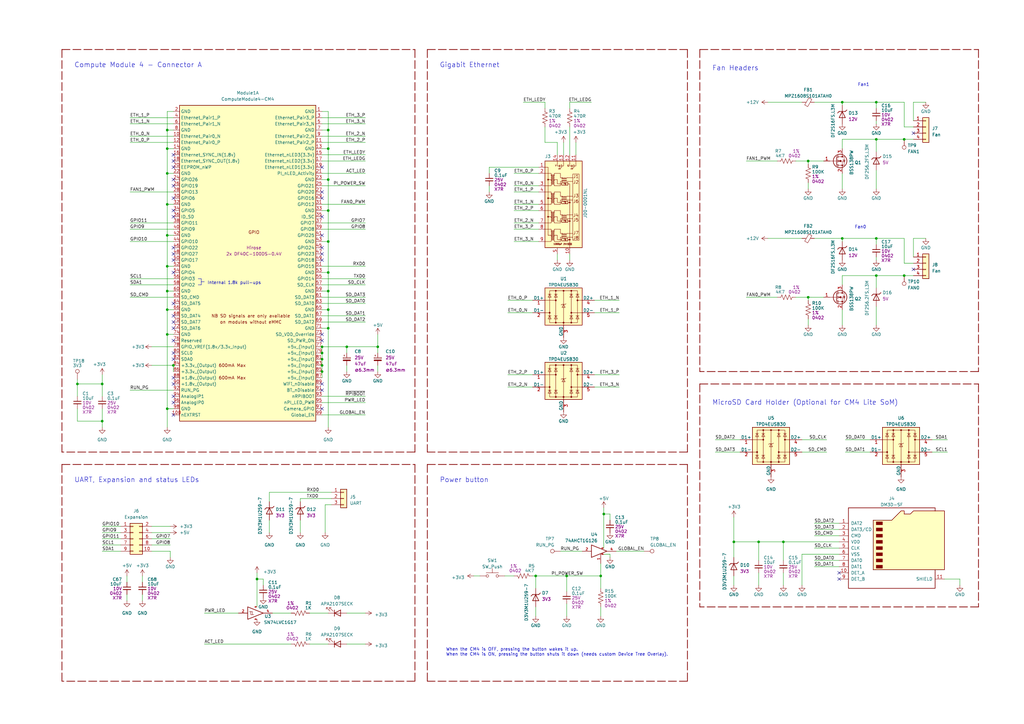
<source format=kicad_sch>
(kicad_sch (version 20210406) (generator eeschema)
  (paper "A3")
  (title_block (title "Pintry X2") (rev "${RevNum}") (company "www.cezarchirila.com") (comment 1 "2-bay NAS based on RPi CM4") (comment 9 "${DrawnBy}"))
  (junction (at 31.75 157.48) (diameter 0.9144))
  (junction (at 41.91 157.48) (diameter 0.9144))
  (junction (at 41.91 172.72) (diameter 0.9144))
  (junction (at 68.58 53.34) (diameter 0.9144))
  (junction (at 68.58 60.96) (diameter 0.9144))
  (junction (at 68.58 71.12) (diameter 0.9144))
  (junction (at 68.58 83.82) (diameter 0.9144))
  (junction (at 68.58 96.52) (diameter 0.9144))
  (junction (at 68.58 109.22) (diameter 0.9144))
  (junction (at 68.58 119.38) (diameter 0.9144))
  (junction (at 68.58 127) (diameter 0.9144))
  (junction (at 68.58 137.16) (diameter 0.9144))
  (junction (at 68.58 167.64) (diameter 0.9144))
  (junction (at 71.12 149.86) (diameter 0.9144))
  (junction (at 105.41 237.49) (diameter 0.9144))
  (junction (at 132.08 142.24) (diameter 0.9144))
  (junction (at 132.08 144.78) (diameter 0.9144))
  (junction (at 132.08 147.32) (diameter 0.9144))
  (junction (at 132.08 149.86) (diameter 0.9144))
  (junction (at 132.08 152.4) (diameter 0.9144))
  (junction (at 134.62 53.34) (diameter 0.9144))
  (junction (at 134.62 60.96) (diameter 0.9144))
  (junction (at 134.62 73.66) (diameter 0.9144))
  (junction (at 134.62 86.36) (diameter 0.9144))
  (junction (at 134.62 99.06) (diameter 0.9144))
  (junction (at 134.62 111.76) (diameter 0.9144))
  (junction (at 134.62 119.38) (diameter 0.9144))
  (junction (at 134.62 127) (diameter 0.9144))
  (junction (at 134.62 134.62) (diameter 0.9144))
  (junction (at 142.24 142.24) (diameter 0.9144))
  (junction (at 154.94 142.24) (diameter 0.9144))
  (junction (at 219.71 236.22) (diameter 0.9144))
  (junction (at 232.41 236.22) (diameter 0.9144))
  (junction (at 246.38 236.22) (diameter 0.9144))
  (junction (at 247.65 210.82) (diameter 0.9144))
  (junction (at 300.99 222.25) (diameter 0.9144))
  (junction (at 311.15 222.25) (diameter 0.9144))
  (junction (at 321.31 222.25) (diameter 0.9144))
  (junction (at 331.47 66.04) (diameter 0.9144))
  (junction (at 331.47 121.92) (diameter 0.9144))
  (junction (at 345.44 41.91) (diameter 0.9144))
  (junction (at 345.44 97.79) (diameter 0.9144))
  (junction (at 359.41 41.91) (diameter 0.9144))
  (junction (at 359.41 57.15) (diameter 0.9144))
  (junction (at 359.41 97.79) (diameter 0.9144))
  (junction (at 359.41 113.03) (diameter 0.9144))
  (junction (at 370.84 57.15) (diameter 0.9144))
  (junction (at 370.84 113.03) (diameter 0.9144))
  (no_connect (at 71.12 63.5))
  (no_connect (at 71.12 66.04))
  (no_connect (at 71.12 68.58))
  (no_connect (at 71.12 73.66))
  (no_connect (at 71.12 76.2))
  (no_connect (at 71.12 81.28))
  (no_connect (at 71.12 86.36))
  (no_connect (at 71.12 88.9))
  (no_connect (at 71.12 101.6))
  (no_connect (at 71.12 104.14))
  (no_connect (at 71.12 106.68))
  (no_connect (at 71.12 111.76))
  (no_connect (at 71.12 124.46))
  (no_connect (at 71.12 129.54))
  (no_connect (at 71.12 132.08))
  (no_connect (at 71.12 134.62))
  (no_connect (at 71.12 139.7))
  (no_connect (at 71.12 144.78))
  (no_connect (at 71.12 147.32))
  (no_connect (at 71.12 154.94))
  (no_connect (at 71.12 157.48))
  (no_connect (at 71.12 162.56))
  (no_connect (at 71.12 165.1))
  (no_connect (at 71.12 170.18))
  (no_connect (at 132.08 68.58))
  (no_connect (at 132.08 78.74))
  (no_connect (at 132.08 81.28))
  (no_connect (at 132.08 88.9))
  (no_connect (at 132.08 96.52))
  (no_connect (at 132.08 101.6))
  (no_connect (at 132.08 104.14))
  (no_connect (at 132.08 106.68))
  (no_connect (at 132.08 137.16))
  (no_connect (at 132.08 139.7))
  (no_connect (at 132.08 157.48))
  (no_connect (at 132.08 160.02))
  (no_connect (at 132.08 167.64))
  (no_connect (at 344.17 234.95))
  (no_connect (at 344.17 237.49))
  (no_connect (at 374.65 54.61))
  (no_connect (at 374.65 110.49))
  (wire (pts (xy 31.75 155.575) (xy 31.75 157.48)))
  (wire (pts (xy 31.75 157.48) (xy 31.75 162.56)))
  (wire (pts (xy 31.75 157.48) (xy 41.91 157.48)))
  (wire (pts (xy 31.75 167.64) (xy 31.75 172.72)))
  (wire (pts (xy 31.75 172.72) (xy 41.91 172.72)))
  (wire (pts (xy 41.91 153.67) (xy 41.91 157.48)))
  (wire (pts (xy 41.91 157.48) (xy 41.91 162.56)))
  (wire (pts (xy 41.91 172.72) (xy 41.91 167.64)))
  (wire (pts (xy 41.91 175.26) (xy 41.91 172.72)))
  (wire (pts (xy 41.91 226.06) (xy 49.53 226.06)))
  (wire (pts (xy 49.53 215.9) (xy 41.91 215.9)))
  (wire (pts (xy 49.53 218.44) (xy 41.91 218.44)))
  (wire (pts (xy 49.53 220.98) (xy 41.91 220.98)))
  (wire (pts (xy 49.53 223.52) (xy 41.91 223.52)))
  (wire (pts (xy 52.07 236.22) (xy 52.07 238.76)))
  (wire (pts (xy 52.07 243.84) (xy 52.07 246.38)))
  (wire (pts (xy 53.34 48.26) (xy 71.12 48.26)))
  (wire (pts (xy 53.34 50.8) (xy 71.12 50.8)))
  (wire (pts (xy 53.34 55.88) (xy 71.12 55.88)))
  (wire (pts (xy 53.34 58.42) (xy 71.12 58.42)))
  (wire (pts (xy 53.34 78.74) (xy 71.12 78.74)))
  (wire (pts (xy 53.34 91.44) (xy 71.12 91.44)))
  (wire (pts (xy 53.34 93.98) (xy 71.12 93.98)))
  (wire (pts (xy 53.34 99.06) (xy 71.12 99.06)))
  (wire (pts (xy 53.34 114.3) (xy 71.12 114.3)))
  (wire (pts (xy 53.34 116.84) (xy 71.12 116.84)))
  (wire (pts (xy 53.34 121.92) (xy 71.12 121.92)))
  (wire (pts (xy 58.42 236.22) (xy 58.42 238.76)))
  (wire (pts (xy 58.42 243.84) (xy 58.42 246.38)))
  (wire (pts (xy 62.23 142.24) (xy 71.12 142.24)))
  (wire (pts (xy 62.23 149.86) (xy 71.12 149.86)))
  (wire (pts (xy 62.23 220.98) (xy 69.85 220.98)))
  (wire (pts (xy 62.23 223.52) (xy 69.85 223.52)))
  (wire (pts (xy 62.23 226.06) (xy 69.85 226.06)))
  (wire (pts (xy 68.58 45.72) (xy 68.58 53.34)))
  (wire (pts (xy 68.58 53.34) (xy 68.58 60.96)))
  (wire (pts (xy 68.58 53.34) (xy 71.12 53.34)))
  (wire (pts (xy 68.58 60.96) (xy 68.58 71.12)))
  (wire (pts (xy 68.58 60.96) (xy 71.12 60.96)))
  (wire (pts (xy 68.58 71.12) (xy 68.58 83.82)))
  (wire (pts (xy 68.58 71.12) (xy 71.12 71.12)))
  (wire (pts (xy 68.58 83.82) (xy 68.58 96.52)))
  (wire (pts (xy 68.58 83.82) (xy 71.12 83.82)))
  (wire (pts (xy 68.58 96.52) (xy 68.58 109.22)))
  (wire (pts (xy 68.58 96.52) (xy 71.12 96.52)))
  (wire (pts (xy 68.58 109.22) (xy 68.58 119.38)))
  (wire (pts (xy 68.58 109.22) (xy 71.12 109.22)))
  (wire (pts (xy 68.58 119.38) (xy 68.58 127)))
  (wire (pts (xy 68.58 119.38) (xy 71.12 119.38)))
  (wire (pts (xy 68.58 127) (xy 68.58 137.16)))
  (wire (pts (xy 68.58 127) (xy 71.12 127)))
  (wire (pts (xy 68.58 137.16) (xy 68.58 167.64)))
  (wire (pts (xy 68.58 137.16) (xy 71.12 137.16)))
  (wire (pts (xy 68.58 167.64) (xy 68.58 175.26)))
  (wire (pts (xy 68.58 167.64) (xy 71.12 167.64)))
  (wire (pts (xy 69.85 215.9) (xy 62.23 215.9)))
  (wire (pts (xy 69.85 218.44) (xy 62.23 218.44)))
  (wire (pts (xy 69.85 226.06) (xy 69.85 228.6)))
  (wire (pts (xy 71.12 45.72) (xy 68.58 45.72)))
  (wire (pts (xy 71.12 149.86) (xy 71.12 152.4)))
  (wire (pts (xy 71.12 160.02) (xy 53.34 160.02)))
  (wire (pts (xy 83.82 251.46) (xy 97.79 251.46)))
  (wire (pts (xy 105.41 234.95) (xy 105.41 237.49)))
  (wire (pts (xy 105.41 237.49) (xy 105.41 248.92)))
  (wire (pts (xy 107.95 237.49) (xy 105.41 237.49)))
  (wire (pts (xy 107.95 240.03) (xy 107.95 237.49)))
  (wire (pts (xy 110.49 201.93) (xy 135.89 201.93)))
  (wire (pts (xy 110.49 205.74) (xy 110.49 201.93)))
  (wire (pts (xy 110.49 218.44) (xy 110.49 213.36)))
  (wire (pts (xy 119.38 251.46) (xy 111.76 251.46)))
  (wire (pts (xy 119.38 264.16) (xy 83.82 264.16)))
  (wire (pts (xy 123.19 204.47) (xy 135.89 204.47)))
  (wire (pts (xy 123.19 205.74) (xy 123.19 204.47)))
  (wire (pts (xy 123.19 218.44) (xy 123.19 213.36)))
  (wire (pts (xy 127 251.46) (xy 134.62 251.46)))
  (wire (pts (xy 132.08 45.72) (xy 134.62 45.72)))
  (wire (pts (xy 132.08 53.34) (xy 134.62 53.34)))
  (wire (pts (xy 132.08 60.96) (xy 134.62 60.96)))
  (wire (pts (xy 132.08 63.5) (xy 149.86 63.5)))
  (wire (pts (xy 132.08 66.04) (xy 149.86 66.04)))
  (wire (pts (xy 132.08 71.12) (xy 149.86 71.12)))
  (wire (pts (xy 132.08 73.66) (xy 134.62 73.66)))
  (wire (pts (xy 132.08 76.2) (xy 149.86 76.2)))
  (wire (pts (xy 132.08 86.36) (xy 134.62 86.36)))
  (wire (pts (xy 132.08 91.44) (xy 149.86 91.44)))
  (wire (pts (xy 132.08 93.98) (xy 149.86 93.98)))
  (wire (pts (xy 132.08 99.06) (xy 134.62 99.06)))
  (wire (pts (xy 132.08 109.22) (xy 149.86 109.22)))
  (wire (pts (xy 132.08 111.76) (xy 134.62 111.76)))
  (wire (pts (xy 132.08 119.38) (xy 134.62 119.38)))
  (wire (pts (xy 132.08 124.46) (xy 149.86 124.46)))
  (wire (pts (xy 132.08 127) (xy 134.62 127)))
  (wire (pts (xy 132.08 134.62) (xy 134.62 134.62)))
  (wire (pts (xy 132.08 142.24) (xy 132.08 144.78)))
  (wire (pts (xy 132.08 142.24) (xy 142.24 142.24)))
  (wire (pts (xy 132.08 144.78) (xy 132.08 147.32)))
  (wire (pts (xy 132.08 147.32) (xy 132.08 149.86)))
  (wire (pts (xy 132.08 149.86) (xy 132.08 152.4)))
  (wire (pts (xy 132.08 152.4) (xy 132.08 154.94)))
  (wire (pts (xy 132.08 162.56) (xy 149.86 162.56)))
  (wire (pts (xy 132.08 165.1) (xy 149.86 165.1)))
  (wire (pts (xy 132.08 170.18) (xy 149.86 170.18)))
  (wire (pts (xy 133.35 207.01) (xy 135.89 207.01)))
  (wire (pts (xy 133.35 218.44) (xy 133.35 207.01)))
  (wire (pts (xy 134.62 45.72) (xy 134.62 53.34)))
  (wire (pts (xy 134.62 53.34) (xy 134.62 60.96)))
  (wire (pts (xy 134.62 60.96) (xy 134.62 73.66)))
  (wire (pts (xy 134.62 73.66) (xy 134.62 86.36)))
  (wire (pts (xy 134.62 86.36) (xy 134.62 99.06)))
  (wire (pts (xy 134.62 99.06) (xy 134.62 111.76)))
  (wire (pts (xy 134.62 111.76) (xy 134.62 119.38)))
  (wire (pts (xy 134.62 119.38) (xy 134.62 127)))
  (wire (pts (xy 134.62 127) (xy 134.62 134.62)))
  (wire (pts (xy 134.62 134.62) (xy 134.62 175.26)))
  (wire (pts (xy 134.62 264.16) (xy 127 264.16)))
  (wire (pts (xy 142.24 142.24) (xy 142.24 144.78)))
  (wire (pts (xy 142.24 142.24) (xy 154.94 142.24)))
  (wire (pts (xy 142.24 149.86) (xy 142.24 152.4)))
  (wire (pts (xy 142.24 251.46) (xy 149.86 251.46)))
  (wire (pts (xy 149.86 48.26) (xy 132.08 48.26)))
  (wire (pts (xy 149.86 50.8) (xy 132.08 50.8)))
  (wire (pts (xy 149.86 55.88) (xy 132.08 55.88)))
  (wire (pts (xy 149.86 58.42) (xy 132.08 58.42)))
  (wire (pts (xy 149.86 83.82) (xy 132.08 83.82)))
  (wire (pts (xy 149.86 114.3) (xy 132.08 114.3)))
  (wire (pts (xy 149.86 116.84) (xy 132.08 116.84)))
  (wire (pts (xy 149.86 121.92) (xy 132.08 121.92)))
  (wire (pts (xy 149.86 129.54) (xy 132.08 129.54)))
  (wire (pts (xy 149.86 132.08) (xy 132.08 132.08)))
  (wire (pts (xy 149.86 264.16) (xy 142.24 264.16)))
  (wire (pts (xy 154.94 137.16) (xy 154.94 142.24)))
  (wire (pts (xy 154.94 144.78) (xy 154.94 142.24)))
  (wire (pts (xy 154.94 149.86) (xy 154.94 152.4)))
  (wire (pts (xy 194.31 236.22) (xy 196.85 236.22)))
  (wire (pts (xy 200.66 68.58) (xy 200.66 71.12)))
  (wire (pts (xy 200.66 76.2) (xy 200.66 78.74)))
  (wire (pts (xy 207.01 236.22) (xy 210.82 236.22)))
  (wire (pts (xy 208.28 123.19) (xy 218.44 123.19)))
  (wire (pts (xy 208.28 128.27) (xy 218.44 128.27)))
  (wire (pts (xy 208.28 153.67) (xy 218.44 153.67)))
  (wire (pts (xy 208.28 158.75) (xy 218.44 158.75)))
  (wire (pts (xy 210.82 71.12) (xy 220.98 71.12)))
  (wire (pts (xy 210.82 76.2) (xy 220.98 76.2)))
  (wire (pts (xy 210.82 78.74) (xy 220.98 78.74)))
  (wire (pts (xy 210.82 83.82) (xy 220.98 83.82)))
  (wire (pts (xy 210.82 86.36) (xy 220.98 86.36)))
  (wire (pts (xy 210.82 91.44) (xy 220.98 91.44)))
  (wire (pts (xy 210.82 93.98) (xy 220.98 93.98)))
  (wire (pts (xy 210.82 99.06) (xy 220.98 99.06)))
  (wire (pts (xy 214.63 41.91) (xy 223.52 41.91)))
  (wire (pts (xy 218.44 236.22) (xy 219.71 236.22)))
  (wire (pts (xy 219.71 236.22) (xy 219.71 241.3)))
  (wire (pts (xy 219.71 236.22) (xy 232.41 236.22)))
  (wire (pts (xy 219.71 248.92) (xy 219.71 252.73)))
  (wire (pts (xy 220.98 68.58) (xy 200.66 68.58)))
  (wire (pts (xy 223.52 41.91) (xy 223.52 44.45)))
  (wire (pts (xy 223.52 58.42) (xy 223.52 52.07)))
  (wire (pts (xy 228.6 58.42) (xy 223.52 58.42)))
  (wire (pts (xy 228.6 63.5) (xy 228.6 58.42)))
  (wire (pts (xy 228.6 104.14) (xy 228.6 106.68)))
  (wire (pts (xy 229.87 226.06) (xy 238.76 226.06)))
  (wire (pts (xy 231.14 58.42) (xy 231.14 63.5)))
  (wire (pts (xy 232.41 236.22) (xy 232.41 242.57)))
  (wire (pts (xy 232.41 236.22) (xy 246.38 236.22)))
  (wire (pts (xy 232.41 247.65) (xy 232.41 252.73)))
  (wire (pts (xy 233.68 41.91) (xy 233.68 44.45)))
  (wire (pts (xy 233.68 41.91) (xy 242.57 41.91)))
  (wire (pts (xy 233.68 52.07) (xy 233.68 63.5)))
  (wire (pts (xy 233.68 104.14) (xy 233.68 106.68)))
  (wire (pts (xy 236.22 58.42) (xy 236.22 63.5)))
  (wire (pts (xy 246.38 231.14) (xy 246.38 236.22)))
  (wire (pts (xy 246.38 236.22) (xy 246.38 241.3)))
  (wire (pts (xy 246.38 248.92) (xy 246.38 252.73)))
  (wire (pts (xy 247.65 208.28) (xy 247.65 210.82)))
  (wire (pts (xy 247.65 210.82) (xy 247.65 224.79)))
  (wire (pts (xy 247.65 227.33) (xy 250.19 227.33)))
  (wire (pts (xy 250.19 210.82) (xy 247.65 210.82)))
  (wire (pts (xy 250.19 213.36) (xy 250.19 210.82)))
  (wire (pts (xy 250.19 227.33) (xy 250.19 228.6)))
  (wire (pts (xy 252.73 226.06) (xy 264.16 226.06)))
  (wire (pts (xy 254 123.19) (xy 243.84 123.19)))
  (wire (pts (xy 254 128.27) (xy 243.84 128.27)))
  (wire (pts (xy 254 153.67) (xy 243.84 153.67)))
  (wire (pts (xy 254 158.75) (xy 243.84 158.75)))
  (wire (pts (xy 293.37 180.34) (xy 303.53 180.34)))
  (wire (pts (xy 293.37 185.42) (xy 303.53 185.42)))
  (wire (pts (xy 300.99 212.09) (xy 300.99 222.25)))
  (wire (pts (xy 300.99 222.25) (xy 300.99 228.6)))
  (wire (pts (xy 300.99 222.25) (xy 311.15 222.25)))
  (wire (pts (xy 300.99 236.22) (xy 300.99 240.03)))
  (wire (pts (xy 306.07 66.04) (xy 318.77 66.04)))
  (wire (pts (xy 306.07 121.92) (xy 318.77 121.92)))
  (wire (pts (xy 311.15 222.25) (xy 321.31 222.25)))
  (wire (pts (xy 311.15 229.87) (xy 311.15 222.25)))
  (wire (pts (xy 311.15 234.95) (xy 311.15 240.03)))
  (wire (pts (xy 314.96 41.91) (xy 328.93 41.91)))
  (wire (pts (xy 314.96 97.79) (xy 328.93 97.79)))
  (wire (pts (xy 321.31 222.25) (xy 344.17 222.25)))
  (wire (pts (xy 321.31 229.87) (xy 321.31 222.25)))
  (wire (pts (xy 321.31 234.95) (xy 321.31 240.03)))
  (wire (pts (xy 326.39 66.04) (xy 331.47 66.04)))
  (wire (pts (xy 326.39 121.92) (xy 331.47 121.92)))
  (wire (pts (xy 328.93 227.33) (xy 328.93 240.03)))
  (wire (pts (xy 328.93 227.33) (xy 344.17 227.33)))
  (wire (pts (xy 331.47 66.04) (xy 331.47 67.31)))
  (wire (pts (xy 331.47 66.04) (xy 337.82 66.04)))
  (wire (pts (xy 331.47 74.93) (xy 331.47 77.47)))
  (wire (pts (xy 331.47 121.92) (xy 331.47 123.19)))
  (wire (pts (xy 331.47 121.92) (xy 337.82 121.92)))
  (wire (pts (xy 331.47 130.81) (xy 331.47 133.35)))
  (wire (pts (xy 334.01 41.91) (xy 345.44 41.91)))
  (wire (pts (xy 334.01 97.79) (xy 345.44 97.79)))
  (wire (pts (xy 334.01 214.63) (xy 344.17 214.63)))
  (wire (pts (xy 334.01 217.17) (xy 344.17 217.17)))
  (wire (pts (xy 334.01 219.71) (xy 344.17 219.71)))
  (wire (pts (xy 334.01 224.79) (xy 344.17 224.79)))
  (wire (pts (xy 334.01 229.87) (xy 344.17 229.87)))
  (wire (pts (xy 334.01 232.41) (xy 344.17 232.41)))
  (wire (pts (xy 339.09 180.34) (xy 328.93 180.34)))
  (wire (pts (xy 339.09 185.42) (xy 328.93 185.42)))
  (wire (pts (xy 345.44 41.91) (xy 345.44 43.18)))
  (wire (pts (xy 345.44 57.15) (xy 359.41 57.15)))
  (wire (pts (xy 345.44 60.96) (xy 345.44 57.15)))
  (wire (pts (xy 345.44 71.12) (xy 345.44 77.47)))
  (wire (pts (xy 345.44 97.79) (xy 345.44 99.06)))
  (wire (pts (xy 345.44 113.03) (xy 359.41 113.03)))
  (wire (pts (xy 345.44 116.84) (xy 345.44 113.03)))
  (wire (pts (xy 345.44 127) (xy 345.44 133.35)))
  (wire (pts (xy 346.71 180.34) (xy 356.87 180.34)))
  (wire (pts (xy 346.71 185.42) (xy 356.87 185.42)))
  (wire (pts (xy 359.41 41.91) (xy 345.44 41.91)))
  (wire (pts (xy 359.41 44.45) (xy 359.41 41.91)))
  (wire (pts (xy 359.41 49.53) (xy 359.41 50.8)))
  (wire (pts (xy 359.41 57.15) (xy 359.41 62.23)))
  (wire (pts (xy 359.41 69.85) (xy 359.41 77.47)))
  (wire (pts (xy 359.41 97.79) (xy 345.44 97.79)))
  (wire (pts (xy 359.41 100.33) (xy 359.41 97.79)))
  (wire (pts (xy 359.41 105.41) (xy 359.41 106.68)))
  (wire (pts (xy 359.41 113.03) (xy 359.41 118.11)))
  (wire (pts (xy 359.41 125.73) (xy 359.41 133.35)))
  (wire (pts (xy 370.84 41.91) (xy 359.41 41.91)))
  (wire (pts (xy 370.84 52.07) (xy 370.84 41.91)))
  (wire (pts (xy 370.84 57.15) (xy 359.41 57.15)))
  (wire (pts (xy 370.84 97.79) (xy 359.41 97.79)))
  (wire (pts (xy 370.84 107.95) (xy 370.84 97.79)))
  (wire (pts (xy 370.84 113.03) (xy 359.41 113.03)))
  (wire (pts (xy 374.65 41.91) (xy 374.65 49.53)))
  (wire (pts (xy 374.65 52.07) (xy 370.84 52.07)))
  (wire (pts (xy 374.65 57.15) (xy 370.84 57.15)))
  (wire (pts (xy 374.65 97.79) (xy 374.65 105.41)))
  (wire (pts (xy 374.65 107.95) (xy 370.84 107.95)))
  (wire (pts (xy 374.65 113.03) (xy 370.84 113.03)))
  (wire (pts (xy 379.73 41.91) (xy 374.65 41.91)))
  (wire (pts (xy 379.73 97.79) (xy 374.65 97.79)))
  (wire (pts (xy 382.27 180.34) (xy 388.62 180.34)))
  (wire (pts (xy 382.27 185.42) (xy 388.62 185.42)))
  (wire (pts (xy 387.35 237.49) (xy 393.7 237.49)))
  (wire (pts (xy 393.7 237.49) (xy 393.7 240.03)))
  (polyline (pts (xy 25.4 20.32) (xy 25.4 185.42)) (stroke (width 0.3) (type dash) (color 132 0 0 1)))
  (polyline (pts (xy 25.4 20.32) (xy 170.18 20.32)) (stroke (width 0.3) (type dash) (color 132 0 0 1)))
  (polyline (pts (xy 25.4 190.5) (xy 25.4 279.4)) (stroke (width 0.3) (type dash) (color 132 0 0 1)))
  (polyline (pts (xy 25.4 190.5) (xy 170.18 190.5)) (stroke (width 0.3) (type dash) (color 132 0 0 1)))
  (polyline (pts (xy 81.28 114.3) (xy 82.55 114.3)) (stroke (width 0.1524) (type solid)))
  (polyline (pts (xy 81.28 116.84) (xy 82.55 116.84)) (stroke (width 0.1524) (type solid)))
  (polyline (pts (xy 82.55 114.3) (xy 82.55 115.57)) (stroke (width 0.1524) (type solid)))
  (polyline (pts (xy 82.55 115.57) (xy 82.55 116.84)) (stroke (width 0.1524) (type solid)))
  (polyline (pts (xy 82.55 115.57) (xy 83.82 115.57)) (stroke (width 0.1524) (type solid)))
  (polyline (pts (xy 170.18 20.32) (xy 170.18 185.42)) (stroke (width 0.3) (type dash) (color 132 0 0 1)))
  (polyline (pts (xy 170.18 185.42) (xy 25.4 185.42)) (stroke (width 0.3) (type dash) (color 132 0 0 1)))
  (polyline (pts (xy 170.18 190.5) (xy 170.18 279.4)) (stroke (width 0.3) (type dash) (color 132 0 0 1)))
  (polyline (pts (xy 170.18 279.4) (xy 25.4 279.4)) (stroke (width 0.3) (type dash) (color 132 0 0 1)))
  (polyline (pts (xy 175.26 20.32) (xy 175.26 185.42)) (stroke (width 0.3) (type dash) (color 132 0 0 1)))
  (polyline (pts (xy 175.26 20.32) (xy 281.94 20.32)) (stroke (width 0.3) (type dash) (color 132 0 0 1)))
  (polyline (pts (xy 175.26 190.5) (xy 175.26 279.4)) (stroke (width 0.3) (type dash) (color 132 0 0 1)))
  (polyline (pts (xy 175.26 190.5) (xy 281.94 190.5)) (stroke (width 0.3) (type dash) (color 132 0 0 1)))
  (polyline (pts (xy 281.94 20.32) (xy 281.94 185.42)) (stroke (width 0.3) (type dash) (color 132 0 0 1)))
  (polyline (pts (xy 281.94 185.42) (xy 175.26 185.42)) (stroke (width 0.3) (type dash) (color 132 0 0 1)))
  (polyline (pts (xy 281.94 190.5) (xy 281.94 279.4)) (stroke (width 0.3) (type dash) (color 132 0 0 1)))
  (polyline (pts (xy 281.94 279.4) (xy 175.26 279.4)) (stroke (width 0.3) (type dash) (color 132 0 0 1)))
  (polyline (pts (xy 287.02 20.32) (xy 287.02 152.4)) (stroke (width 0.3) (type dash) (color 132 0 0 1)))
  (polyline (pts (xy 287.02 20.32) (xy 401.32 20.32)) (stroke (width 0.3) (type dash) (color 132 0 0 1)))
  (polyline (pts (xy 287.02 157.48) (xy 287.02 248.92)) (stroke (width 0.3) (type dash) (color 132 0 0 1)))
  (polyline (pts (xy 287.02 157.48) (xy 401.32 157.48)) (stroke (width 0.3) (type dash) (color 132 0 0 1)))
  (polyline (pts (xy 401.32 20.32) (xy 401.32 152.4)) (stroke (width 0.3) (type dash) (color 132 0 0 1)))
  (polyline (pts (xy 401.32 152.4) (xy 287.02 152.4)) (stroke (width 0.3) (type dash) (color 132 0 0 1)))
  (polyline (pts (xy 401.32 157.48) (xy 401.32 248.92)) (stroke (width 0.3) (type dash) (color 132 0 0 1)))
  (polyline (pts (xy 401.32 248.92) (xy 287.02 248.92)) (stroke (width 0.3) (type dash) (color 132 0 0 1)))
  (text "Compute Module 4 - Connector A\n" (at 30.48 27.94 0) (effects (font (size 2 2)) (justify left bottom)))
  (text "UART, Expansion and status LEDs" (at 30.48 198.12 0) (effects (font (size 2 2)) (justify left bottom)))
  (text "Internal 1.8k pull-ups\n" (at 85.09 116.84 0) (effects (font (size 1.27 1.27)) (justify left bottom)))
  (text "Gigabit Ethernet\n" (at 180.34 27.94 0) (effects (font (size 2 2)) (justify left bottom)))
  (text "Power button\n" (at 180.34 198.12 0) (effects (font (size 2 2)) (justify left bottom)))
  (text "When the CM4 is OFF, pressing the button wakes it up.\nWhen the CM4 is ON, pressing the button shuts it down (needs custom Device Tree Overlay)." (at 182.88 269.24 0) (effects (font (size 1.27 1.27)) (justify left bottom)))
  (text "Fan Headers\n" (at 292.1 29.21 0) (effects (font (size 2 2)) (justify left bottom)))
  (text "MicroSD Card Holder (Optional for CM4 Lite SoM)" (at 292.1 166.37 0) (effects (font (size 2 2)) (justify left bottom)))
  (text "Fan0" (at 350.52 93.98 0) (effects (font (size 1.27 1.27)) (justify left bottom)))
  (text "Fan1" (at 351.79 35.56 0) (effects (font (size 1.27 1.27)) (justify left bottom)))
  (label "GPIO10" (at 41.91 215.9 0))
  (label "GPIO9" (at 41.91 218.44 0))
  (label "GPIO11" (at 41.91 220.98 0))
  (label "SCL1" (at 41.91 223.52 0))
  (label "SDA1" (at 41.91 226.06 0))
  (label "ETH_1_P" (at 53.34 48.26 0))
  (label "ETH_1_N" (at 53.34 50.8 0))
  (label "ETH_0_N" (at 53.34 55.88 0))
  (label "ETH_0_P" (at 53.34 58.42 0))
  (label "FAN1_PWM" (at 53.34 78.74 0))
  (label "GPIO11" (at 53.34 91.44 0))
  (label "GPIO9" (at 53.34 93.98 0))
  (label "GPIO10" (at 53.34 99.06 0))
  (label "SCL1" (at 53.34 114.3 0))
  (label "SDA1" (at 53.34 116.84 0))
  (label "SD_CMD" (at 53.34 121.92 0))
  (label "RUN_PG" (at 53.34 160.02 0))
  (label "GPIO7" (at 69.85 220.98 180))
  (label "GPIO8" (at 69.85 223.52 180))
  (label "PWR_LED" (at 83.82 251.46 0))
  (label "ACT_LED" (at 83.82 264.16 0))
  (label "RXD0" (at 125.73 201.93 0))
  (label "TXD0" (at 125.73 204.47 0))
  (label "ETH_3_P" (at 149.86 48.26 180))
  (label "ETH_3_N" (at 149.86 50.8 180))
  (label "ETH_2_N" (at 149.86 55.88 180))
  (label "ETH_2_P" (at 149.86 58.42 180))
  (label "ETH_LEDY" (at 149.86 63.5 180))
  (label "ETH_LEDG" (at 149.86 66.04 180))
  (label "ACT_LED" (at 149.86 71.12 180))
  (label "PI_POWER_SW" (at 149.86 76.2 180))
  (label "FAN0_PWM" (at 149.86 83.82 180))
  (label "GPIO7" (at 149.86 91.44 180))
  (label "GPIO8" (at 149.86 93.98 180))
  (label "RXD0" (at 149.86 109.22 180))
  (label "TXD0" (at 149.86 114.3 180))
  (label "SD_CLK" (at 149.86 116.84 180))
  (label "SD_DAT3" (at 149.86 121.92 180))
  (label "SD_DAT0" (at 149.86 124.46 180))
  (label "SD_DAT1" (at 149.86 129.54 180))
  (label "SD_DAT2" (at 149.86 132.08 180))
  (label "~RPIBOOT" (at 149.86 162.56 180))
  (label "PWR_LED" (at 149.86 165.1 180))
  (label "GLOBAL_EN" (at 149.86 170.18 180))
  (label "ETH_0_P" (at 208.28 123.19 0))
  (label "ETH_0_N" (at 208.28 128.27 0))
  (label "ETH_2_P" (at 208.28 153.67 0))
  (label "ETH_2_N" (at 208.28 158.75 0))
  (label "ETH_0_P" (at 210.82 71.12 0))
  (label "ETH_0_N" (at 210.82 76.2 0))
  (label "ETH_1_P" (at 210.82 78.74 0))
  (label "ETH_1_N" (at 210.82 83.82 0))
  (label "ETH_2_P" (at 210.82 86.36 0))
  (label "ETH_2_N" (at 210.82 91.44 0))
  (label "ETH_3_P" (at 210.82 93.98 0))
  (label "ETH_3_N" (at 210.82 99.06 0))
  (label "ETH_LEDY" (at 214.63 41.91 0))
  (label "PI_POWER_SW" (at 226.06 236.22 0))
  (label "RUN_PG" (at 229.87 226.06 0))
  (label "ETH_LEDG" (at 242.57 41.91 180))
  (label "ETH_1_N" (at 254 123.19 180))
  (label "ETH_1_P" (at 254 128.27 180))
  (label "ETH_3_P" (at 254 153.67 180))
  (label "ETH_3_N" (at 254 158.75 180))
  (label "GLOBAL_EN" (at 264.16 226.06 180))
  (label "SD_DAT2" (at 293.37 180.34 0))
  (label "SD_DAT3" (at 293.37 185.42 0))
  (label "FAN1_PWM" (at 306.07 66.04 0))
  (label "FAN0_PWM" (at 306.07 121.92 0))
  (label "SD_DAT2" (at 334.01 214.63 0))
  (label "SD_DAT3" (at 334.01 217.17 0))
  (label "SD_CMD" (at 334.01 219.71 0))
  (label "SD_CLK" (at 334.01 224.79 0))
  (label "SD_DAT0" (at 334.01 229.87 0))
  (label "SD_DAT1" (at 334.01 232.41 0))
  (label "SD_CLK" (at 339.09 180.34 180))
  (label "SD_CMD" (at 339.09 185.42 180))
  (label "SD_DAT0" (at 346.71 180.34 0))
  (label "SD_DAT1" (at 346.71 185.42 0))
  (label "SDA1" (at 388.62 180.34 180))
  (label "SCL1" (at 388.62 185.42 180))
  (symbol (lib_id "power:+3.3V") (at 41.91 153.67 0) (unit 1)
    (property "Reference" "#PWR03" (effects hide))
    (property "Value" "+3.3V" (at 38.1 149.4154 0) (effects (justify left)))
  )
  (symbol (lib_id "power:+5V") (at 52.07 236.22 0) (mirror y) (unit 1)
    (property "Reference" "#PWR0157" (effects hide))
    (property "Value" "+5V" (at 52.0701 231.9654 0))
  )
  (symbol (lib_id "power:+3.3V") (at 58.42 236.22 0) (unit 1)
    (property "Reference" "#PWR0159" (effects hide))
    (property "Value" "+3.3V" (at 58.42 231.9654 0))
  )
  (symbol (lib_id "power:+3.3V") (at 62.23 142.24 90) (unit 1)
    (property "Reference" "#PWR08" (effects hide))
    (property "Value" "+3.3V" (at 59.2454 142.24 90) (effects (justify left)))
  )
  (symbol (lib_id "power:+3.3V") (at 62.23 149.86 90) (unit 1)
    (property "Reference" "#PWR09" (effects hide))
    (property "Value" "+3.3V" (at 59.2454 149.86 90) (effects (justify left)))
  )
  (symbol (lib_id "power:+3.3V") (at 69.85 215.9 270) (unit 1)
    (property "Reference" "#PWR0161" (effects hide))
    (property "Value" "+3.3V" (at 73.66 215.8999 90) (effects (justify left)))
  )
  (symbol (lib_id "power:+5V") (at 69.85 218.44 270) (unit 1)
    (property "Reference" "#PWR0162" (effects hide))
    (property "Value" "+5V" (at 73.66 218.4399 90) (effects (justify left)))
  )
  (symbol (lib_id "power:+3.3V") (at 105.41 234.95 0) (mirror y) (unit 1)
    (property "Reference" "#PWR036" (effects hide))
    (property "Value" "+3.3V" (at 107.95 234.5054 0) (effects (justify right)))
  )
  (symbol (lib_id "power:+3.3V") (at 149.86 251.46 270) (mirror x) (unit 1)
    (property "Reference" "#PWR044" (effects hide))
    (property "Value" "+3.3V" (at 153.67 252.0949 90) (effects (justify left)))
  )
  (symbol (lib_id "power:+3.3V") (at 149.86 264.16 270) (mirror x) (unit 1)
    (property "Reference" "#PWR045" (effects hide))
    (property "Value" "+3.3V" (at 153.67 264.7949 90) (effects (justify left)))
  )
  (symbol (lib_id "power:+5V") (at 154.94 137.16 0) (unit 1)
    (property "Reference" "#PWR0103" (effects hide))
    (property "Value" "+5V" (at 154.94 133.35 0))
  )
  (symbol (lib_id "power:+3.3V") (at 194.31 236.22 90) (unit 1)
    (property "Reference" "#PWR034" (effects hide))
    (property "Value" "+3.3V" (at 190.5 236.8549 90) (effects (justify left)))
  )
  (symbol (lib_id "power:+3.3V") (at 231.14 58.42 0) (unit 1)
    (property "Reference" "#PWR031" (effects hide))
    (property "Value" "+3.3V" (at 227.33 54.1654 0) (effects (justify left)))
  )
  (symbol (lib_id "power:+3.3V") (at 236.22 58.42 0) (unit 1)
    (property "Reference" "#PWR033" (effects hide))
    (property "Value" "+3.3V" (at 234.95 54.1654 0) (effects (justify left)))
  )
  (symbol (lib_id "power:+5V") (at 247.65 208.28 0) (unit 1)
    (property "Reference" "#PWR041" (effects hide))
    (property "Value" "+5V" (at 247.65 204.47 0))
  )
  (symbol (lib_id "power:+3.3V") (at 300.99 212.09 0) (mirror y) (unit 1)
    (property "Reference" "#PWR046" (effects hide))
    (property "Value" "+3.3V" (at 298.45 207.8354 0) (effects (justify right)))
  )
  (symbol (lib_id "power:+12V") (at 314.96 41.91 90) (unit 1)
    (property "Reference" "#PWR055" (effects hide))
    (property "Value" "+12V" (at 308.61 41.9099 90))
  )
  (symbol (lib_id "power:+12V") (at 314.96 97.79 90) (unit 1)
    (property "Reference" "#PWR0168" (effects hide))
    (property "Value" "+12V" (at 308.61 97.7899 90))
  )
  (symbol (lib_id "Connector:TestPoint") (at 31.75 155.575 0) (unit 1)
    (property "Reference" "TP18" (at 29.845 148.0184 0) (effects (justify left)))
    (property "Value" "3V3" (at 29.845 149.9234 0) (effects (justify left)))
    (property "Footprint" "TestPoint:TestPoint_Pad_D1.0mm" (effects hide))
  )
  (symbol (lib_id "Connector:TestPoint") (at 229.87 226.06 90) (unit 1)
    (property "Reference" "TP7" (at 227.3934 220.98 90) (effects (justify left)))
    (property "Value" "RUN_PG" (at 227.3934 223.52 90) (effects (justify left)))
    (property "Footprint" "TestPoint:TestPoint_Pad_D1.0mm" (effects hide))
  )
  (symbol (lib_id "Connector:TestPoint") (at 264.16 226.06 270) (unit 1)
    (property "Reference" "TP8" (at 266.6366 220.98 90) (effects (justify left)))
    (property "Value" "GLOBAL_EN" (at 266.6366 223.52 90) (effects (justify left)))
    (property "Footprint" "TestPoint:TestPoint_Pad_D1.0mm" (effects hide))
  )
  (symbol (lib_id "Connector:TestPoint") (at 370.84 57.15 180) (unit 1)
    (property "Reference" "TP9" (at 375.92 59.6266 0) (effects (justify left)))
    (property "Value" "FAN1" (at 377.19 62.1666 0) (effects (justify left)))
    (property "Footprint" "TestPoint:TestPoint_Pad_D1.0mm" (effects hide))
  )
  (symbol (lib_id "Connector:TestPoint") (at 370.84 113.03 180) (unit 1)
    (property "Reference" "TP10" (at 377.19 115.5066 0) (effects (justify left)))
    (property "Value" "FAN0" (at 377.19 118.0466 0) (effects (justify left)))
    (property "Footprint" "TestPoint:TestPoint_Pad_D1.0mm" (effects hide))
  )
  (symbol (lib_id "power:GND") (at 41.91 175.26 0) (unit 1)
    (property "Reference" "#PWR04" (effects hide))
    (property "Value" "GND" (at 41.91 180.34 0))
  )
  (symbol (lib_id "power:GND") (at 52.07 246.38 0) (mirror y) (unit 1)
    (property "Reference" "#PWR0158" (effects hide))
    (property "Value" "GND" (at 52.07 251.46 0))
  )
  (symbol (lib_id "power:GND") (at 58.42 246.38 0) (unit 1)
    (property "Reference" "#PWR0160" (effects hide))
    (property "Value" "GND" (at 58.42 251.46 0))
  )
  (symbol (lib_id "power:GND") (at 68.58 175.26 0) (unit 1)
    (property "Reference" "#PWR013" (effects hide))
    (property "Value" "GND" (at 68.58 180.34 0))
  )
  (symbol (lib_id "power:GND") (at 69.85 228.6 0) (unit 1)
    (property "Reference" "#PWR0163" (effects hide))
    (property "Value" "GND" (at 69.85 232.41 0))
  )
  (symbol (lib_id "power:GND") (at 105.41 254 0) (unit 1)
    (property "Reference" "#PWR037" (effects hide))
    (property "Value" "GND" (at 105.41 259.08 0))
  )
  (symbol (lib_id "power:GND") (at 107.95 245.11 0) (unit 1)
    (property "Reference" "#PWR038" (effects hide))
    (property "Value" "GND" (at 107.95 248.92 0))
  )
  (symbol (lib_id "power:GND") (at 110.49 218.44 0) (unit 1)
    (property "Reference" "#PWR052" (effects hide))
    (property "Value" "GND" (at 110.49 223.52 0))
  )
  (symbol (lib_id "power:GND") (at 123.19 218.44 0) (unit 1)
    (property "Reference" "#PWR054" (effects hide))
    (property "Value" "GND" (at 123.19 223.52 0))
  )
  (symbol (lib_id "power:GND") (at 133.35 218.44 0) (unit 1)
    (property "Reference" "#PWR057" (effects hide))
    (property "Value" "GND" (at 133.35 223.52 0))
  )
  (symbol (lib_id "power:GND") (at 134.62 175.26 0) (unit 1)
    (property "Reference" "#PWR020" (effects hide))
    (property "Value" "GND" (at 134.62 180.34 0))
  )
  (symbol (lib_id "power:GND") (at 142.24 152.4 0) (unit 1)
    (property "Reference" "#PWR022" (effects hide))
    (property "Value" "GND" (at 142.24 156.21 0))
  )
  (symbol (lib_id "power:GND") (at 154.94 152.4 0) (unit 1)
    (property "Reference" "#PWR026" (effects hide))
    (property "Value" "GND" (at 154.94 156.21 0))
  )
  (symbol (lib_id "power:GND") (at 200.66 78.74 0) (unit 1)
    (property "Reference" "#PWR025" (effects hide))
    (property "Value" "GND" (at 200.66 82.55 0))
  )
  (symbol (lib_id "power:GND") (at 219.71 252.73 0) (unit 1)
    (property "Reference" "#PWR039" (effects hide))
    (property "Value" "GND" (at 219.71 256.54 0))
  )
  (symbol (lib_id "power:GND") (at 228.6 106.68 0) (unit 1)
    (property "Reference" "#PWR030" (effects hide))
    (property "Value" "GND" (at 228.6 110.49 0))
  )
  (symbol (lib_id "power:GND") (at 231.14 138.43 0) (unit 1)
    (property "Reference" "#PWR01" (effects hide))
    (property "Value" "GND" (at 231.14 142.24 0))
  )
  (symbol (lib_id "power:GND") (at 231.14 168.91 0) (unit 1)
    (property "Reference" "#PWR02" (effects hide))
    (property "Value" "GND" (at 231.14 172.72 0))
  )
  (symbol (lib_id "power:GND") (at 232.41 252.73 0) (unit 1)
    (property "Reference" "#PWR040" (effects hide))
    (property "Value" "GND" (at 232.41 256.54 0))
  )
  (symbol (lib_id "power:GND") (at 233.68 106.68 0) (unit 1)
    (property "Reference" "#PWR032" (effects hide))
    (property "Value" "GND" (at 233.68 110.49 0))
  )
  (symbol (lib_id "power:GND") (at 246.38 252.73 0) (unit 1)
    (property "Reference" "#PWR075" (effects hide))
    (property "Value" "GND" (at 246.38 256.54 0))
  )
  (symbol (lib_id "power:GND") (at 250.19 218.44 0) (unit 1)
    (property "Reference" "#PWR042" (effects hide))
    (property "Value" "GND" (at 250.19 222.25 0))
  )
  (symbol (lib_id "power:GND") (at 250.19 228.6 0) (unit 1)
    (property "Reference" "#PWR043" (effects hide))
    (property "Value" "GND" (at 250.19 232.41 0))
  )
  (symbol (lib_id "power:GND") (at 300.99 240.03 0) (unit 1)
    (property "Reference" "#PWR047" (effects hide))
    (property "Value" "GND" (at 300.99 243.84 0))
  )
  (symbol (lib_id "power:GND") (at 311.15 240.03 0) (unit 1)
    (property "Reference" "#PWR049" (effects hide))
    (property "Value" "GND" (at 311.15 243.84 0))
  )
  (symbol (lib_id "power:GND") (at 316.23 195.58 0) (unit 1)
    (property "Reference" "#PWR053" (effects hide))
    (property "Value" "GND" (at 316.23 200.66 0))
  )
  (symbol (lib_id "power:GND") (at 321.31 240.03 0) (unit 1)
    (property "Reference" "#PWR050" (effects hide))
    (property "Value" "GND" (at 321.31 243.84 0))
  )
  (symbol (lib_id "power:GND") (at 328.93 240.03 0) (unit 1)
    (property "Reference" "#PWR051" (effects hide))
    (property "Value" "GND" (at 328.93 243.84 0))
  )
  (symbol (lib_id "power:GND") (at 331.47 77.47 0) (unit 1)
    (property "Reference" "#PWR058" (effects hide))
    (property "Value" "GND" (at 331.47 81.28 0))
  )
  (symbol (lib_id "power:GND") (at 331.47 133.35 0) (unit 1)
    (property "Reference" "#PWR059" (effects hide))
    (property "Value" "GND" (at 331.47 137.16 0))
  )
  (symbol (lib_id "power:GND") (at 345.44 50.8 0) (unit 1)
    (property "Reference" "#PWR060" (effects hide))
    (property "Value" "GND" (at 345.44 54.61 0))
  )
  (symbol (lib_id "power:GND") (at 345.44 77.47 0) (unit 1)
    (property "Reference" "#PWR061" (effects hide))
    (property "Value" "GND" (at 345.44 81.28 0))
  )
  (symbol (lib_id "power:GND") (at 345.44 106.68 0) (unit 1)
    (property "Reference" "#PWR062" (effects hide))
    (property "Value" "GND" (at 345.44 110.49 0))
  )
  (symbol (lib_id "power:GND") (at 345.44 133.35 0) (unit 1)
    (property "Reference" "#PWR063" (effects hide))
    (property "Value" "GND" (at 345.44 137.16 0))
  )
  (symbol (lib_id "power:GND") (at 359.41 50.8 0) (unit 1)
    (property "Reference" "#PWR066" (effects hide))
    (property "Value" "GND" (at 359.41 54.61 0))
  )
  (symbol (lib_id "power:GND") (at 359.41 77.47 0) (unit 1)
    (property "Reference" "#PWR067" (effects hide))
    (property "Value" "GND" (at 359.41 81.28 0))
  )
  (symbol (lib_id "power:GND") (at 359.41 106.68 0) (unit 1)
    (property "Reference" "#PWR068" (effects hide))
    (property "Value" "GND" (at 359.41 110.49 0))
  )
  (symbol (lib_id "power:GND") (at 359.41 133.35 0) (unit 1)
    (property "Reference" "#PWR069" (effects hide))
    (property "Value" "GND" (at 359.41 137.16 0))
  )
  (symbol (lib_id "power:GND") (at 369.57 195.58 0) (unit 1)
    (property "Reference" "#PWR065" (effects hide))
    (property "Value" "GND" (at 369.57 200.66 0))
  )
  (symbol (lib_id "power:GND") (at 379.73 41.91 0) (unit 1)
    (property "Reference" "#PWR070" (effects hide))
    (property "Value" "GND" (at 379.73 45.72 0))
  )
  (symbol (lib_id "power:GND") (at 379.73 97.79 0) (unit 1)
    (property "Reference" "#PWR071" (effects hide))
    (property "Value" "GND" (at 379.73 101.6 0))
  )
  (symbol (lib_id "power:GND") (at 393.7 240.03 0) (unit 1)
    (property "Reference" "#PWR064" (effects hide))
    (property "Value" "GND" (at 393.7 243.84 0))
  )
  (symbol (lib_id "Device:R_US") (at 123.19 251.46 270) (mirror x) (unit 1)
    (property "Reference" "R1" (at 125.2221 247.396 90) (effects (justify left)))
    (property "Value" "1K" (at 125.0951 249.301 90) (effects (justify left)))
    (property "Footprint" "PintryParts-Footprints:R_0402_1005Metric" (effects hide))
    (property "Tolerance" "1%" (at 120.65 247.396 90) (effects (justify right)))
    (property "Size" "0402" (at 122.428 249.301 90) (effects (justify right)))
  )
  (symbol (lib_id "Device:R_US") (at 123.19 264.16 270) (mirror x) (unit 1)
    (property "Reference" "R6" (at 125.2221 260.096 90) (effects (justify left)))
    (property "Value" "1K" (at 125.0951 262.001 90) (effects (justify left)))
    (property "Footprint" "PintryParts-Footprints:R_0402_1005Metric" (effects hide))
    (property "Tolerance" "1%" (at 120.65 260.096 90) (effects (justify right)))
    (property "Size" "0402" (at 122.428 262.001 90) (effects (justify right)))
  )
  (symbol (lib_id "Device:R_US") (at 214.63 236.22 270) (mirror x) (unit 1)
    (property "Reference" "R5" (at 216.6621 232.156 90) (effects (justify left)))
    (property "Value" "4K7" (at 215.2651 234.061 90) (effects (justify left)))
    (property "Footprint" "PintryParts-Footprints:R_0402_1005Metric" (effects hide))
    (property "Tolerance" "1%" (at 212.09 232.156 90) (effects (justify right)))
    (property "Size" "0402" (at 213.868 234.061 90) (effects (justify right)))
  )
  (symbol (lib_id "Device:R_US") (at 223.52 48.26 0) (unit 1)
    (property "Reference" "R3" (at 225.044 45.5929 0) (effects (justify left)))
    (property "Value" "470R" (at 225.044 47.6249 0) (effects (justify left)))
    (property "Footprint" "PintryParts-Footprints:R_0402_1005Metric" (effects hide))
    (property "Tolerance" "1%" (at 225.044 49.53 0) (effects (justify left)))
    (property "Size" "0402" (at 225.044 51.562 0) (effects (justify left)))
  )
  (symbol (lib_id "Device:R_US") (at 233.68 48.26 0) (unit 1)
    (property "Reference" "R4" (at 235.204 45.5929 0) (effects (justify left)))
    (property "Value" "470R" (at 235.204 47.6249 0) (effects (justify left)))
    (property "Footprint" "PintryParts-Footprints:R_0402_1005Metric" (effects hide))
    (property "Tolerance" "1%" (at 235.204 49.53 0) (effects (justify left)))
    (property "Size" "0402" (at 235.204 51.562 0) (effects (justify left)))
  )
  (symbol (lib_id "Device:R_US") (at 246.38 245.11 0) (unit 1)
    (property "Reference" "R15" (at 247.904 242.4429 0) (effects (justify left)))
    (property "Value" "100K" (at 247.904 244.4749 0) (effects (justify left)))
    (property "Footprint" "PintryParts-Footprints:R_0402_1005Metric" (effects hide))
    (property "Tolerance" "1%" (at 247.904 246.38 0) (effects (justify left)))
    (property "Size" "0402" (at 247.904 248.412 0) (effects (justify left)))
  )
  (symbol (lib_id "Device:R_US") (at 322.58 66.04 90) (unit 1)
    (property "Reference" "R7" (at 320.5479 61.976 90) (effects (justify left)))
    (property "Value" "4K7" (at 321.9449 63.881 90) (effects (justify left)))
    (property "Footprint" "PintryParts-Footprints:R_0402_1005Metric" (effects hide))
    (property "Tolerance" "1%" (at 325.12 61.976 90) (effects (justify right)))
    (property "Size" "0402" (at 323.342 63.881 90) (effects (justify right)))
  )
  (symbol (lib_id "Device:R_US") (at 322.58 121.92 90) (unit 1)
    (property "Reference" "R8" (at 320.5479 117.856 90) (effects (justify left)))
    (property "Value" "4K7" (at 321.9449 119.761 90) (effects (justify left)))
    (property "Footprint" "PintryParts-Footprints:R_0402_1005Metric" (effects hide))
    (property "Tolerance" "1%" (at 325.12 117.856 90) (effects (justify right)))
    (property "Size" "0402" (at 323.342 119.761 90) (effects (justify right)))
  )
  (symbol (lib_id "Device:R_US") (at 331.47 71.12 0) (unit 1)
    (property "Reference" "R9" (at 332.994 68.4529 0) (effects (justify left)))
    (property "Value" "100K" (at 332.994 70.4849 0) (effects (justify left)))
    (property "Footprint" "PintryParts-Footprints:R_0402_1005Metric" (effects hide))
    (property "Tolerance" "1%" (at 332.994 72.39 0) (effects (justify left)))
    (property "Size" "0402" (at 332.994 74.422 0) (effects (justify left)))
  )
  (symbol (lib_id "Device:R_US") (at 331.47 127 0) (unit 1)
    (property "Reference" "R10" (at 332.994 124.3329 0) (effects (justify left)))
    (property "Value" "100K" (at 332.994 126.3649 0) (effects (justify left)))
    (property "Footprint" "PintryParts-Footprints:R_0402_1005Metric" (effects hide))
    (property "Tolerance" "1%" (at 332.994 128.27 0) (effects (justify left)))
    (property "Size" "0402" (at 332.994 130.302 0) (effects (justify left)))
  )
  (symbol (lib_id "PintryParts-Symbols:865080443007") (at 142.24 147.32 0) (unit 1)
    (property "Reference" "C8" (at 145.415 144.1449 0) (effects (justify left)))
    (property "Value" "865080443007" (effects hide))
    (property "Footprint" "Capacitor_SMD:CP_Elec_6.3x5.4" (effects hide))
    (property "Part Number" "865080443007" (effects hide))
    (property "Manufacturer" "Wurth" (effects hide))
    (property "Voltage" "25V" (at 145.415 146.6849 0) (effects (justify left)))
    (property "Capacitance" "47uF" (at 145.415 149.2249 0) (effects (justify left)))
    (property "Diameter" "⌀6.3mm" (at 145.415 151.7649 0) (effects (justify left)))
  )
  (symbol (lib_id "PintryParts-Symbols:865080443007") (at 154.94 147.32 0) (unit 1)
    (property "Reference" "C10" (at 158.115 144.1449 0) (effects (justify left)))
    (property "Value" "865080443007" (effects hide))
    (property "Footprint" "Capacitor_SMD:CP_Elec_6.3x5.4" (effects hide))
    (property "Part Number" "865080443007" (effects hide))
    (property "Manufacturer" "Wurth" (effects hide))
    (property "Voltage" "25V" (at 158.115 146.6849 0) (effects (justify left)))
    (property "Capacitance" "47uF" (at 158.115 149.2249 0) (effects (justify left)))
    (property "Diameter" "⌀6.3mm" (at 158.115 151.7649 0) (effects (justify left)))
  )
  (symbol (lib_id "Device:C_Small") (at 31.75 165.1 0) (unit 1)
    (property "Reference" "C1" (at 33.782 161.4169 0) (effects (justify left)))
    (property "Value" "10uF" (at 33.782 163.3219 0) (effects (justify left)))
    (property "Footprint" "PintryParts-Footprints:C_0402_1005Metric" (effects hide))
    (property "Voltage Rating" "10V" (at 33.782 165.227 0) (effects (justify left)))
    (property "Size" "0402" (at 33.782 167.132 0) (effects (justify left)))
    (property "Type" "X7R" (at 33.782 169.037 0) (effects (justify left)))
  )
  (symbol (lib_id "Device:C_Small") (at 41.91 165.1 0) (unit 1)
    (property "Reference" "C3" (at 43.942 161.4169 0) (effects (justify left)))
    (property "Value" "0.1uF" (at 43.942 163.3219 0) (effects (justify left)))
    (property "Footprint" "PintryParts-Footprints:C_0402_1005Metric" (effects hide))
    (property "Voltage Rating" "25V" (at 43.942 165.227 0) (effects (justify left)))
    (property "Size" "0402" (at 43.942 167.132 0) (effects (justify left)))
    (property "Type" "X7R" (at 43.942 169.037 0) (effects (justify left)))
  )
  (symbol (lib_id "Device:C_Small") (at 52.07 241.3 0) (mirror y) (unit 1)
    (property "Reference" "C67" (at 50.038 237.6169 0) (effects (justify left)))
    (property "Value" "10uF" (at 50.038 239.5219 0) (effects (justify left)))
    (property "Footprint" "PintryParts-Footprints:C_0402_1005Metric" (effects hide))
    (property "Voltage Rating" "10V" (at 50.038 241.427 0) (effects (justify left)))
    (property "Size" "0402" (at 50.038 243.332 0) (effects (justify left)))
    (property "Type" "X7R" (at 50.038 245.237 0) (effects (justify left)))
  )
  (symbol (lib_id "Device:C_Small") (at 58.42 241.3 0) (unit 1)
    (property "Reference" "C68" (at 60.452 237.6169 0) (effects (justify left)))
    (property "Value" "10uF" (at 60.452 239.5219 0) (effects (justify left)))
    (property "Footprint" "PintryParts-Footprints:C_0402_1005Metric" (effects hide))
    (property "Voltage Rating" "10V" (at 60.452 241.427 0) (effects (justify left)))
    (property "Size" "0402" (at 60.452 243.332 0) (effects (justify left)))
    (property "Type" "X7R" (at 60.452 245.237 0) (effects (justify left)))
  )
  (symbol (lib_id "Device:C_Small") (at 107.95 242.57 0) (unit 1)
    (property "Reference" "C11" (at 109.982 238.8869 0) (effects (justify left)))
    (property "Value" "0.1uF" (at 109.982 240.7919 0) (effects (justify left)))
    (property "Footprint" "PintryParts-Footprints:C_0402_1005Metric" (effects hide))
    (property "Voltage Rating" "25V" (at 109.982 242.697 0) (effects (justify left)))
    (property "Size" "0402" (at 109.982 244.602 0) (effects (justify left)))
    (property "Type" "X7R" (at 109.982 246.507 0) (effects (justify left)))
  )
  (symbol (lib_id "Device:C_Small") (at 200.66 73.66 0) (unit 1)
    (property "Reference" "C9" (at 202.692 69.9769 0) (effects (justify left)))
    (property "Value" "0.1uF" (at 202.692 71.8819 0) (effects (justify left)))
    (property "Footprint" "PintryParts-Footprints:C_0402_1005Metric" (effects hide))
    (property "Voltage Rating" "25V" (at 202.692 73.787 0) (effects (justify left)))
    (property "Size" "0402" (at 202.692 75.692 0) (effects (justify left)))
    (property "Type" "X7R" (at 202.692 77.597 0) (effects (justify left)))
  )
  (symbol (lib_id "Device:C_Small") (at 232.41 245.11 0) (unit 1)
    (property "Reference" "C12" (at 234.442 241.4269 0) (effects (justify left)))
    (property "Value" "0.1uF" (at 234.442 243.3319 0) (effects (justify left)))
    (property "Footprint" "PintryParts-Footprints:C_0402_1005Metric" (effects hide))
    (property "Voltage Rating" "25V" (at 234.442 245.237 0) (effects (justify left)))
    (property "Size" "0402" (at 234.442 247.142 0) (effects (justify left)))
    (property "Type" "X7R" (at 234.442 249.047 0) (effects (justify left)))
  )
  (symbol (lib_id "Device:C_Small") (at 250.19 215.9 0) (unit 1)
    (property "Reference" "C13" (at 252.222 212.2169 0) (effects (justify left)))
    (property "Value" "0.1uF" (at 252.222 214.1219 0) (effects (justify left)))
    (property "Footprint" "PintryParts-Footprints:C_0402_1005Metric" (effects hide))
    (property "Voltage Rating" "25V" (at 252.222 216.027 0) (effects (justify left)))
    (property "Size" "0402" (at 252.222 217.932 0) (effects (justify left)))
    (property "Type" "X7R" (at 252.222 219.837 0) (effects (justify left)))
  )
  (symbol (lib_id "Device:C_Small") (at 311.15 232.41 0) (unit 1)
    (property "Reference" "C14" (at 313.182 228.7269 0) (effects (justify left)))
    (property "Value" "10uF" (at 313.182 230.6319 0) (effects (justify left)))
    (property "Footprint" "PintryParts-Footprints:C_0402_1005Metric" (effects hide))
    (property "Voltage Rating" "10V" (at 313.182 232.537 0) (effects (justify left)))
    (property "Size" "0402" (at 313.182 234.442 0) (effects (justify left)))
    (property "Type" "X7R" (at 313.182 236.347 0) (effects (justify left)))
  )
  (symbol (lib_id "Device:C_Small") (at 321.31 232.41 0) (unit 1)
    (property "Reference" "C15" (at 323.342 228.7269 0) (effects (justify left)))
    (property "Value" "0.1uF" (at 323.342 230.6319 0) (effects (justify left)))
    (property "Footprint" "PintryParts-Footprints:C_0402_1005Metric" (effects hide))
    (property "Voltage Rating" "25V" (at 323.342 232.537 0) (effects (justify left)))
    (property "Size" "0402" (at 323.342 234.442 0) (effects (justify left)))
    (property "Type" "X7R" (at 323.342 236.347 0) (effects (justify left)))
  )
  (symbol (lib_id "Device:C_Small") (at 359.41 46.99 0) (unit 1)
    (property "Reference" "C16" (at 361.442 43.3069 0) (effects (justify left)))
    (property "Value" "10uF" (at 361.442 45.2119 0) (effects (justify left)))
    (property "Footprint" "PintryParts-Footprints:C_0402_1005Metric" (effects hide))
    (property "Voltage Rating" "10V" (at 361.442 47.117 0) (effects (justify left)))
    (property "Size" "0402" (at 361.442 49.022 0) (effects (justify left)))
    (property "Type" "X7R" (at 361.442 50.927 0) (effects (justify left)))
  )
  (symbol (lib_id "Device:C_Small") (at 359.41 102.87 0) (unit 1)
    (property "Reference" "C17" (at 361.442 99.1869 0) (effects (justify left)))
    (property "Value" "10uF" (at 361.442 101.0919 0) (effects (justify left)))
    (property "Footprint" "PintryParts-Footprints:C_0402_1005Metric" (effects hide))
    (property "Voltage Rating" "10V" (at 361.442 102.997 0) (effects (justify left)))
    (property "Size" "0402" (at 361.442 104.902 0) (effects (justify left)))
    (property "Type" "X7R" (at 361.442 106.807 0) (effects (justify left)))
  )
  (symbol (lib_id "PintryParts-Symbols:MPZ1608S101ATAH0") (at 331.47 41.91 270) (unit 1)
    (property "Reference" "FB1" (at 331.47 36.83 90))
    (property "Value" "MPZ1608S101ATAH0" (at 331.47 39.37 90))
    (property "Footprint" "PintryParts-Footprints:L_0603_1608Metric" (effects hide))
    (property "Datasheet" "https://product.tdk.com/info/en/catalog/datasheets/beads_commercial_power_mpz1608_en.pdf?ref_disty=digikey" (effects hide))
    (property "Impedance" "100Ω @ 100MHz" (effects hide))
    (property "Manufacturer" "TDK" (effects hide))
    (property "Part Number" "MPZ1608S101ATAH0" (effects hide))
  )
  (symbol (lib_id "PintryParts-Symbols:MPZ1608S101ATAH0") (at 331.47 97.79 270) (unit 1)
    (property "Reference" "FB2" (at 331.47 92.71 90))
    (property "Value" "MPZ1608S101ATAH0" (at 331.47 95.25 90))
    (property "Footprint" "PintryParts-Footprints:L_0603_1608Metric" (effects hide))
    (property "Datasheet" "https://product.tdk.com/info/en/catalog/datasheets/beads_commercial_power_mpz1608_en.pdf?ref_disty=digikey" (effects hide))
    (property "Impedance" "100Ω @ 100MHz" (effects hide))
    (property "Manufacturer" "TDK" (effects hide))
    (property "Part Number" "MPZ1608S101ATAH0" (effects hide))
  )
  (symbol (lib_name "PintryParts-Symbols:APA2107SECK_1") (lib_id "PintryParts-Symbols:APA2107SECK") (at 138.43 251.46 0) (mirror x) (unit 1)
    (property "Reference" "D8" (at 138.2395 245.11 0))
    (property "Value" "APA2107SECK" (at 138.2395 247.65 0))
    (property "Footprint" "PintryParts-Footprints:APA2107SECK" (effects hide))
    (property "Datasheet" "https://www.kingbrightusa.com/images/catalog/SPEC/APA2107SECK-J4-PRV.pdf" (effects hide))
    (property "PartNumber" "APA2107SECK/J4-PRV" (effects hide))
    (property "Manufacturer" "Kingbright" (effects hide))
    (property "Part Number" "APA2107SECK/J4-PRV" (effects hide))
  )
  (symbol (lib_id "PintryParts-Symbols:APA2107SECK") (at 138.43 264.16 0) (mirror x) (unit 1)
    (property "Reference" "D9" (at 138.2395 257.81 0))
    (property "Value" "APA2107SECK" (at 138.2395 260.35 0))
    (property "Footprint" "PintryParts-Footprints:APA2107SECK" (effects hide))
    (property "Datasheet" "https://www.kingbrightusa.com/images/catalog/SPEC/APA2107SECK-J4-PRV.pdf" (effects hide))
    (property "PartNumber" "APA2107SECK/J4-PRV" (effects hide))
    (property "Manufacturer" "Kingbright" (effects hide))
    (property "Part Number" "APA2107SECK/J4-PRV" (effects hide))
  )
  (symbol (lib_id "PintryParts-Symbols:D3V3M1U259-7") (at 110.49 209.55 270) (unit 1)
    (property "Reference" "D11" (at 113.03 208.9149 90) (effects (justify left)))
    (property "Value" "D3V3M1U259-7" (at 106.68 203.8349 0) (effects (justify left)))
    (property "Footprint" "Diode_SMD:D_SOD-923" (effects hide))
    (property "Datasheet" "https://www.diodes.com/assets/Datasheets/D3V3M1U2S9.pdf" (effects hide))
    (property "VRWM" "3V3" (at 113.03 211.4549 90) (effects (justify left)))
    (property "Part Number" "D3V3M1U2S9-7" (effects hide))
    (property "Manufacturer" "Diodes" (effects hide))
  )
  (symbol (lib_id "PintryParts-Symbols:D3V3M1U259-7") (at 123.19 209.55 270) (unit 1)
    (property "Reference" "D12" (at 125.73 208.9149 90) (effects (justify left)))
    (property "Value" "D3V3M1U259-7" (at 119.38 203.8349 0) (effects (justify left)))
    (property "Footprint" "Diode_SMD:D_SOD-923" (effects hide))
    (property "Datasheet" "https://www.diodes.com/assets/Datasheets/D3V3M1U2S9.pdf" (effects hide))
    (property "VRWM" "3V3" (at 125.73 211.4549 90) (effects (justify left)))
    (property "Part Number" "D3V3M1U2S9-7" (effects hide))
    (property "Manufacturer" "Diodes" (effects hide))
  )
  (symbol (lib_id "PintryParts-Symbols:D3V3M1U259-7") (at 219.71 245.11 270) (unit 1)
    (property "Reference" "D7" (at 222.25 243.2049 90) (effects (justify left)))
    (property "Value" "D3V3M1U259-7" (at 215.9 239.3949 0) (effects (justify left)))
    (property "Footprint" "Diode_SMD:D_SOD-923" (effects hide))
    (property "Datasheet" "https://www.diodes.com/assets/Datasheets/D3V3M1U2S9.pdf" (effects hide))
    (property "VRWM" "3V3" (at 222.25 245.7449 90) (effects (justify left)))
    (property "Part Number" "D3V3M1U2S9-7" (effects hide))
    (property "Manufacturer" "Diodes" (effects hide))
  )
  (symbol (lib_id "PintryParts-Symbols:D3V3M1U259-7") (at 300.99 232.41 270) (unit 1)
    (property "Reference" "D10" (at 303.53 231.7749 90) (effects (justify left)))
    (property "Value" "D3V3M1U259-7" (at 297.18 226.6949 0) (effects (justify left)))
    (property "Footprint" "Diode_SMD:D_SOD-923" (effects hide))
    (property "Datasheet" "https://www.diodes.com/assets/Datasheets/D3V3M1U2S9.pdf" (effects hide))
    (property "VRWM" "3V3" (at 303.53 234.3149 90) (effects (justify left)))
    (property "Part Number" "D3V3M1U2S9-7" (effects hide))
    (property "Manufacturer" "Diodes" (effects hide))
  )
  (symbol (lib_id "PintryParts-Symbols:DF2S16FS,L3M") (at 345.44 46.99 270) (unit 1)
    (property "Reference" "D13" (at 347.98 46.3549 90) (effects (justify left)))
    (property "Value" "DF2S16FS,L3M" (at 341.63 42.5449 0) (effects (justify left)))
    (property "Footprint" "Diode_SMD:D_SOD-923" (effects hide))
    (property "Datasheet" "https://toshiba.semicon-storage.com/info/docget.jsp?did=4411&prodName=DF2S16FS" (effects hide))
    (property "VRWM" "12V" (at 347.98 48.8949 90) (effects (justify left)))
    (property "Manufacturer" "Toshiba" (effects hide))
    (property "Part Number" "DF2S16FS,L3M" (effects hide))
  )
  (symbol (lib_id "PintryParts-Symbols:DF2S16FS,L3M") (at 345.44 102.87 270) (unit 1)
    (property "Reference" "D14" (at 347.98 102.2349 90) (effects (justify left)))
    (property "Value" "DF2S16FS,L3M" (at 341.63 98.4249 0) (effects (justify left)))
    (property "Footprint" "Diode_SMD:D_SOD-923" (effects hide))
    (property "Datasheet" "https://toshiba.semicon-storage.com/info/docget.jsp?did=4411&prodName=DF2S16FS" (effects hide))
    (property "VRWM" "12V" (at 347.98 104.7749 90) (effects (justify left)))
    (property "Manufacturer" "Toshiba" (effects hide))
    (property "Part Number" "DF2S16FS,L3M" (effects hide))
  )
  (symbol (lib_id "PintryParts-Symbols:DF2S6.2FS,L3M") (at 359.41 66.04 270) (unit 1)
    (property "Reference" "D15" (at 361.95 64.1349 90) (effects (justify left)))
    (property "Value" "DF2S6.2FS,L3M" (at 355.6 59.0549 0) (effects (justify left)))
    (property "Footprint" "Diode_SMD:D_SOD-923" (effects hide))
    (property "Datasheet" "https://toshiba.semicon-storage.com/info/docget.jsp?did=22218&prodName=DF2S6.2FS" (effects hide))
    (property "VRWM" "5V" (at 361.95 66.6749 90) (effects (justify left)))
    (property "Manufacturer" "Toshiba" (effects hide))
    (property "Part Number" "DF2S6.2FS,L3M" (effects hide))
  )
  (symbol (lib_id "PintryParts-Symbols:DF2S6.2FS,L3M") (at 359.41 121.92 270) (unit 1)
    (property "Reference" "D16" (at 361.95 120.0149 90) (effects (justify left)))
    (property "Value" "DF2S6.2FS,L3M" (at 355.6 114.9349 0) (effects (justify left)))
    (property "Footprint" "Diode_SMD:D_SOD-923" (effects hide))
    (property "Datasheet" "https://toshiba.semicon-storage.com/info/docget.jsp?did=22218&prodName=DF2S6.2FS" (effects hide))
    (property "VRWM" "5V" (at 361.95 122.5549 90) (effects (justify left)))
    (property "Manufacturer" "Toshiba" (effects hide))
    (property "Part Number" "DF2S6.2FS,L3M" (effects hide))
  )
  (symbol (lib_id "Switch:SW_Push") (at 201.93 236.22 0) (unit 1)
    (property "Reference" "SW1" (at 201.93 229.87 0))
    (property "Value" "SW_Push" (at 201.93 232.41 0))
    (property "Footprint" "Button_Switch_THT:SW_Tactile_SPST_Angled_PTS645Vx58-2LFS" (effects hide))
    (property "Manufacturer" "TE Connectivity" (effects hide))
    (property "Part Number" "1-1825027-4" (effects hide))
  )
  (symbol (lib_id "Connector_Generic:Conn_01x03") (at 140.97 204.47 0) (unit 1)
    (property "Reference" "J5" (at 143.51 203.8349 0) (effects (justify left)))
    (property "Value" "UART" (at 143.51 206.3749 0) (effects (justify left)))
    (property "Footprint" "Connector_PinHeader_2.54mm:PinHeader_1x03_P2.54mm_Vertical" (effects hide))
    (property "Manufacturer" "Adam Tech" (effects hide))
    (property "Part Number" "PH1-03-UA" (effects hide))
  )
  (symbol (lib_id "Connector_Generic:Conn_01x04") (at 379.73 52.07 0) (unit 1)
    (property "Reference" "J7" (at 382.27 52.7049 0) (effects (justify left)))
    (property "Value" "Fan" (at 382.27 55.2449 0) (effects (justify left)))
    (property "Footprint" "Connector_Molex:Molex_KK-254_AE-6410-04A_1x04_P2.54mm_Vertical" (effects hide))
    (property "Manufacturer" "Molex" (effects hide))
    (property "Part Number" "0022232031" (effects hide))
  )
  (symbol (lib_id "Connector_Generic:Conn_01x04") (at 379.73 107.95 0) (unit 1)
    (property "Reference" "J8" (at 382.27 108.5849 0) (effects (justify left)))
    (property "Value" "Fan" (at 382.27 111.1249 0) (effects (justify left)))
    (property "Footprint" "Connector_Molex:Molex_KK-254_AE-6410-04A_1x04_P2.54mm_Vertical" (effects hide))
    (property "Manufacturer" "Molex" (effects hide))
    (property "Part Number" "0022232031" (effects hide))
  )
  (symbol (lib_id "PintryParts-Symbols:SN74LVC1G17") (at 105.41 251.46 0) (unit 1)
    (property "Reference" "U3" (at 109.855 252.73 0))
    (property "Value" "SN74LVC1G17" (at 114.935 255.27 0))
    (property "Footprint" "Package_TO_SOT_SMD:SOT-23-5" (effects hide))
    (property "Datasheet" "https://www.ti.com/lit/ds/symlink/sn74lvc1g17.pdf" (effects hide))
    (property "Manufacturer" "Texas Instruments" (effects hide))
    (property "Part Number" "SN74LVC1G17DBVR" (effects hide))
  )
  (symbol (lib_id "PintryParts-Symbols:BSS138PW") (at 342.9 66.04 0) (unit 1)
    (property "Reference" "Q1" (at 350.52 66.6749 0) (effects (justify left)))
    (property "Value" "BSS138PW" (at 349.25 71.7549 90) (effects (justify left)))
    (property "Footprint" "Package_TO_SOT_SMD:SOT-323_SC-70" (effects hide))
    (property "Datasheet" "https://assets.nexperia.com/documents/data-sheet/BSS138PW.pdf" (effects hide))
    (property "Part Number" "BSS138PW,115" (effects hide))
    (property "Manufacturer" "Nexperia" (effects hide))
    (property "Id" "320mA" (effects hide))
    (property "Vdss" "60V" (effects hide))
  )
  (symbol (lib_id "PintryParts-Symbols:BSS138PW") (at 342.9 121.92 0) (unit 1)
    (property "Reference" "Q2" (at 350.52 122.5549 0) (effects (justify left)))
    (property "Value" "BSS138PW" (at 349.25 127.6349 90) (effects (justify left)))
    (property "Footprint" "Package_TO_SOT_SMD:SOT-323_SC-70" (effects hide))
    (property "Datasheet" "https://assets.nexperia.com/documents/data-sheet/BSS138PW.pdf" (effects hide))
    (property "Part Number" "BSS138PW,115" (effects hide))
    (property "Manufacturer" "Nexperia" (effects hide))
    (property "Id" "320mA" (effects hide))
    (property "Vdss" "60V" (effects hide))
  )
  (symbol (lib_name "74xGxx:74AHCT1G126_1") (lib_id "74xGxx:74AHCT1G126") (at 246.38 226.06 0) (mirror x) (unit 1)
    (property "Reference" "U4" (at 245.11 219.2019 0) (effects (justify right)))
    (property "Value" "74AHCT1G126" (at 245.11 221.7419 0) (effects (justify right)))
    (property "Footprint" "Package_TO_SOT_SMD:SOT-353_SC-70-5" (effects hide))
    (property "Datasheet" "https://www.diodes.com/assets/Datasheets/74AHCT1G126.pdf" (effects hide))
    (property "Manufacturer" "Diodes" (effects hide))
    (property "Part Number" "74AHCT1G126SE-7" (effects hide))
  )
  (symbol (lib_id "Connector_Generic:Conn_02x05_Odd_Even") (at 54.61 220.98 0) (unit 1)
    (property "Reference" "J6" (at 55.88 209.55 0))
    (property "Value" "Expansion" (at 55.88 212.09 0))
    (property "Footprint" "Connector_PinHeader_2.54mm:PinHeader_2x05_P2.54mm_Vertical" (effects hide))
    (property "Manufacturer" "Adam Tech" (effects hide))
    (property "Part Number" "2PH2-10-UA" (effects hide))
  )
  (symbol (lib_id "PintryParts-Symbols:TPD4EUSB30") (at 231.14 125.73 0) (unit 1)
    (property "Reference" "U1" (at 231.14 114.3 0))
    (property "Value" "TPD4EUSB30" (at 231.14 116.84 0))
    (property "Footprint" "Package_SON:USON-10_2.5x1.0mm_P0.5mm" (effects hide))
    (property "Datasheet" "http://www.ti.com/lit/ds/symlink/tpd2eusb30a.pdf" (effects hide))
    (property "Part Number" "TPD4EUSB30DQAR" (effects hide))
    (property "Manufacturer" "Texas Instruments" (effects hide))
  )
  (symbol (lib_id "PintryParts-Symbols:TPD4EUSB30") (at 231.14 156.21 0) (unit 1)
    (property "Reference" "U2" (at 231.14 144.78 0))
    (property "Value" "TPD4EUSB30" (at 231.14 147.32 0))
    (property "Footprint" "Package_SON:USON-10_2.5x1.0mm_P0.5mm" (effects hide))
    (property "Datasheet" "http://www.ti.com/lit/ds/symlink/tpd2eusb30a.pdf" (effects hide))
    (property "Part Number" "TPD4EUSB30DQAR" (effects hide))
    (property "Manufacturer" "Texas Instruments" (effects hide))
  )
  (symbol (lib_id "PintryParts-Symbols:TPD4EUSB30") (at 316.23 182.88 0) (unit 1)
    (property "Reference" "U5" (at 316.23 171.45 0))
    (property "Value" "TPD4EUSB30" (at 316.23 173.99 0))
    (property "Footprint" "Package_SON:USON-10_2.5x1.0mm_P0.5mm" (effects hide))
    (property "Datasheet" "http://www.ti.com/lit/ds/symlink/tpd2eusb30a.pdf" (effects hide))
    (property "Part Number" "TPD4EUSB30DQAR" (effects hide))
    (property "Manufacturer" "Texas Instruments" (effects hide))
  )
  (symbol (lib_id "PintryParts-Symbols:TPD4EUSB30") (at 369.57 182.88 0) (unit 1)
    (property "Reference" "U6" (at 369.57 171.45 0))
    (property "Value" "TPD4EUSB30" (at 369.57 173.99 0))
    (property "Footprint" "Package_SON:USON-10_2.5x1.0mm_P0.5mm" (effects hide))
    (property "Datasheet" "http://www.ti.com/lit/ds/symlink/tpd2eusb30a.pdf" (effects hide))
    (property "Part Number" "TPD4EUSB30DQAR" (effects hide))
    (property "Manufacturer" "Texas Instruments" (effects hide))
  )
  (symbol (lib_id "PintryParts-Symbols:JD0-0001NL") (at 231.14 83.82 0) (unit 1)
    (property "Reference" "J3" (at 223.52 64.1349 0) (effects (justify left)))
    (property "Value" "JD0-0001NL" (at 240.03 89.5349 90) (effects (justify left)))
    (property "Footprint" "PintryParts-Footprints:Pulse-JD0-0001NL-0-0-MFG" (effects hide))
    (property "Datasheet" "https://productfinder.pulseeng.com/doc_type/WEB301/doc_num/JD0-0001NL/doc_part/JD0-0001NL.pdf" (effects hide))
    (property "Manufacturer" "Pulse" (effects hide))
    (property "Part Number" "JD0-0001NL" (effects hide))
  )
  (symbol (lib_id "Connector:Micro_SD_Card_Det") (at 367.03 224.79 0) (unit 1)
    (property "Reference" "J4" (at 365.76 204.47 0))
    (property "Value" "DM3D-SF" (at 365.76 207.01 0))
    (property "Footprint" "Connector_Card:microSD_HC_Hirose_DM3D-SF" (effects hide))
    (property "Datasheet" "https://www.hirose.com/product/en/download_file/key_name/DM3/category/Catalog/doc_file_id/49662/?file_category_id=4&item_id=195&is_series=1" (effects hide))
    (property "Manufacturer" "Hirose" (effects hide))
    (property "Part Number" "DM3D-SF" (effects hide))
  )
  (symbol (lib_id "PintryParts-Symbols:ComputeModule4-CM4") (at 104.14 101.6 0) (unit 1)
    (property "Reference" "Module1" (at 101.6 38.1 0))
    (property "Value" "ComputeModule4-CM4" (at 101.6 40.64 0))
    (property "Footprint" "PintryParts-Footprints:Raspberry-Pi-4-Compute-Module" (effects hide))
    (property "Field4" "Hirose" (effects hide))
    (property "Field5" "2x DF40C-100DS-0.4V" (effects hide))
    (property "Manufacturer" "Hirose" (at 104.14 101.6 0))
    (property "Part Number" "2x DF40C-100DS-0.4V" (at 104.14 104.14 0))
  )
)
</source>
